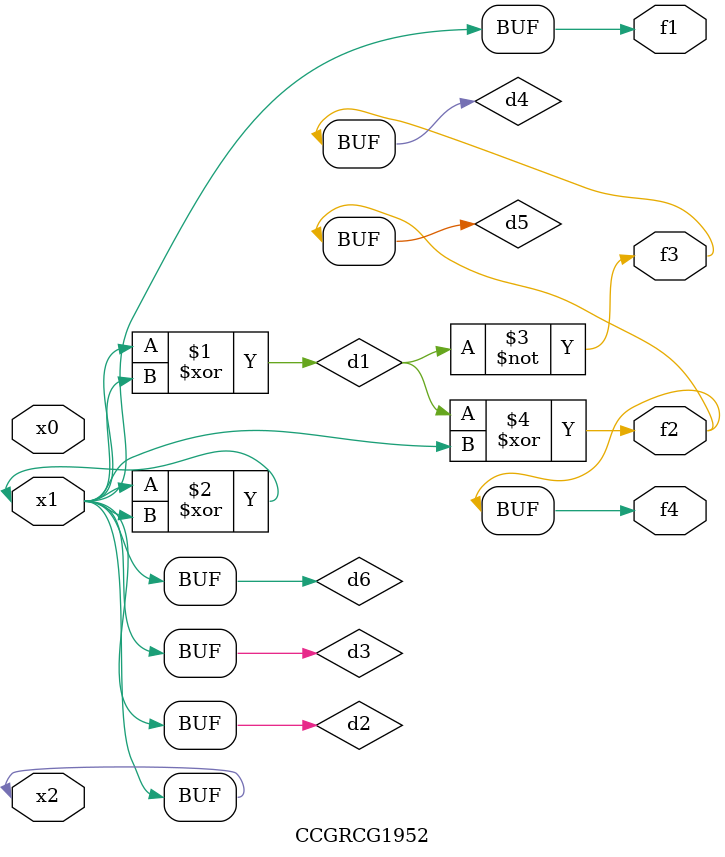
<source format=v>
module CCGRCG1952(
	input x0, x1, x2,
	output f1, f2, f3, f4
);

	wire d1, d2, d3, d4, d5, d6;

	xor (d1, x1, x2);
	buf (d2, x1, x2);
	xor (d3, x1, x2);
	nor (d4, d1);
	xor (d5, d1, d2);
	buf (d6, d2, d3);
	assign f1 = d6;
	assign f2 = d5;
	assign f3 = d4;
	assign f4 = d5;
endmodule

</source>
